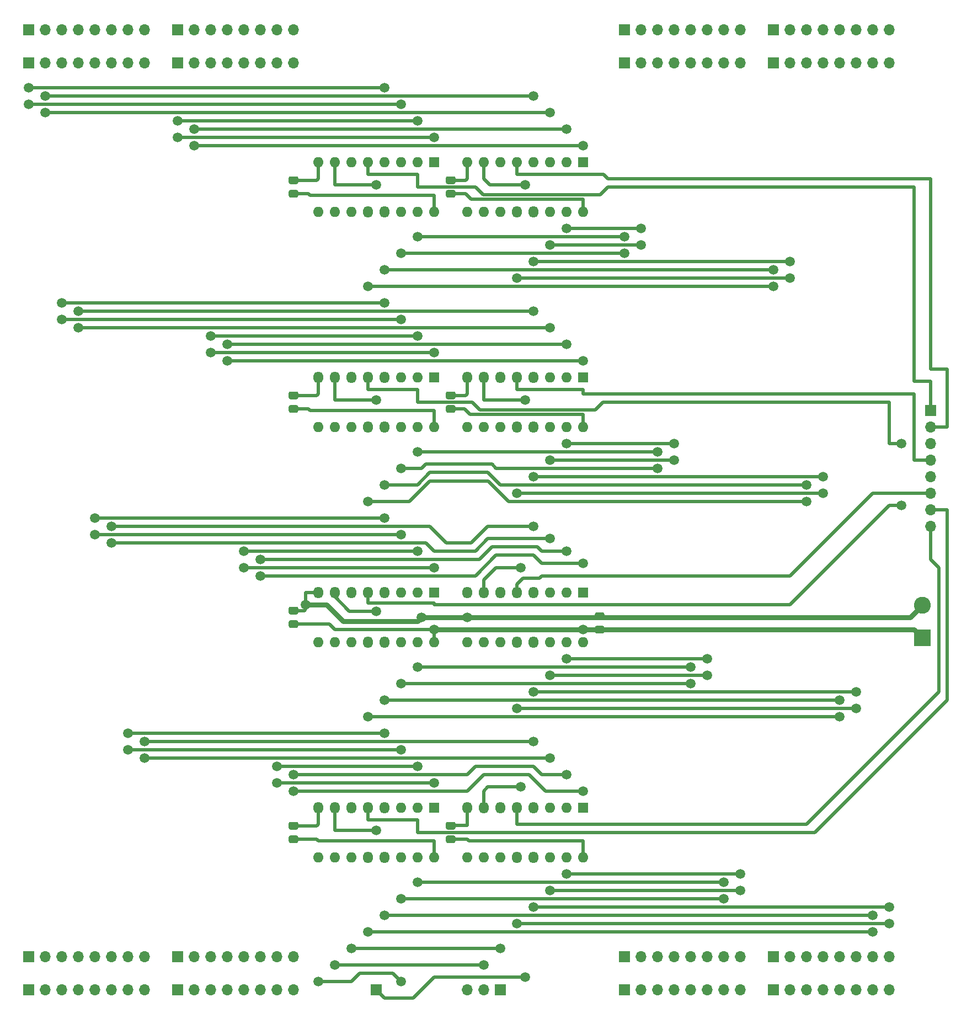
<source format=gbr>
%TF.GenerationSoftware,KiCad,Pcbnew,(5.1.8)-1*%
%TF.CreationDate,2022-05-31T01:24:27+03:00*%
%TF.ProjectId,MUX,4d55582e-6b69-4636-9164-5f7063625858,rev?*%
%TF.SameCoordinates,Original*%
%TF.FileFunction,Copper,L1,Top*%
%TF.FilePolarity,Positive*%
%FSLAX46Y46*%
G04 Gerber Fmt 4.6, Leading zero omitted, Abs format (unit mm)*
G04 Created by KiCad (PCBNEW (5.1.8)-1) date 2022-05-31 01:24:27*
%MOMM*%
%LPD*%
G01*
G04 APERTURE LIST*
%TA.AperFunction,ComponentPad*%
%ADD10R,1.700000X1.700000*%
%TD*%
%TA.AperFunction,ComponentPad*%
%ADD11O,1.700000X1.700000*%
%TD*%
%TA.AperFunction,ComponentPad*%
%ADD12R,1.600000X1.600000*%
%TD*%
%TA.AperFunction,ComponentPad*%
%ADD13O,1.600000X1.600000*%
%TD*%
%TA.AperFunction,ComponentPad*%
%ADD14O,1.500000X1.800000*%
%TD*%
%TA.AperFunction,ComponentPad*%
%ADD15R,2.600000X2.600000*%
%TD*%
%TA.AperFunction,ComponentPad*%
%ADD16C,2.600000*%
%TD*%
%TA.AperFunction,ViaPad*%
%ADD17C,1.500000*%
%TD*%
%TA.AperFunction,Conductor*%
%ADD18C,0.500000*%
%TD*%
%TA.AperFunction,Conductor*%
%ADD19C,0.800000*%
%TD*%
G04 APERTURE END LIST*
D10*
%TO.P,J1,1*%
%TO.N,/A0*%
X39370000Y-35560000D03*
D11*
%TO.P,J1,2*%
%TO.N,/A1*%
X41910000Y-35560000D03*
%TO.P,J1,3*%
%TO.N,/A2*%
X44450000Y-35560000D03*
%TO.P,J1,4*%
%TO.N,/A3*%
X46990000Y-35560000D03*
%TO.P,J1,5*%
%TO.N,/A4*%
X49530000Y-35560000D03*
%TO.P,J1,6*%
%TO.N,/A5*%
X52070000Y-35560000D03*
%TO.P,J1,7*%
%TO.N,/A6*%
X54610000Y-35560000D03*
%TO.P,J1,8*%
%TO.N,/A7*%
X57150000Y-35560000D03*
%TD*%
D10*
%TO.P,J2,1*%
%TO.N,/E0*%
X130810000Y-35560000D03*
D11*
%TO.P,J2,2*%
%TO.N,/E1*%
X133350000Y-35560000D03*
%TO.P,J2,3*%
%TO.N,/E2*%
X135890000Y-35560000D03*
%TO.P,J2,4*%
%TO.N,/E3*%
X138430000Y-35560000D03*
%TO.P,J2,5*%
%TO.N,/E4*%
X140970000Y-35560000D03*
%TO.P,J2,6*%
%TO.N,/E5*%
X143510000Y-35560000D03*
%TO.P,J2,7*%
%TO.N,/E6*%
X146050000Y-35560000D03*
%TO.P,J2,8*%
%TO.N,/E7*%
X148590000Y-35560000D03*
%TD*%
%TO.P,J3,8*%
%TO.N,/B7*%
X57150000Y-177800000D03*
%TO.P,J3,7*%
%TO.N,/B6*%
X54610000Y-177800000D03*
%TO.P,J3,6*%
%TO.N,/B5*%
X52070000Y-177800000D03*
%TO.P,J3,5*%
%TO.N,/B4*%
X49530000Y-177800000D03*
%TO.P,J3,4*%
%TO.N,/B3*%
X46990000Y-177800000D03*
%TO.P,J3,3*%
%TO.N,/B2*%
X44450000Y-177800000D03*
%TO.P,J3,2*%
%TO.N,/B1*%
X41910000Y-177800000D03*
D10*
%TO.P,J3,1*%
%TO.N,/B0*%
X39370000Y-177800000D03*
%TD*%
D11*
%TO.P,J4,8*%
%TO.N,/F7*%
X148590000Y-177800000D03*
%TO.P,J4,7*%
%TO.N,/F6*%
X146050000Y-177800000D03*
%TO.P,J4,6*%
%TO.N,/F5*%
X143510000Y-177800000D03*
%TO.P,J4,5*%
%TO.N,/F4*%
X140970000Y-177800000D03*
%TO.P,J4,4*%
%TO.N,/F3*%
X138430000Y-177800000D03*
%TO.P,J4,3*%
%TO.N,/F2*%
X135890000Y-177800000D03*
%TO.P,J4,2*%
%TO.N,/F1*%
X133350000Y-177800000D03*
D10*
%TO.P,J4,1*%
%TO.N,/F0*%
X130810000Y-177800000D03*
%TD*%
%TO.P,J5,1*%
%TO.N,/C0*%
X62230000Y-30480000D03*
D11*
%TO.P,J5,2*%
%TO.N,/C1*%
X64770000Y-30480000D03*
%TO.P,J5,3*%
%TO.N,/C2*%
X67310000Y-30480000D03*
%TO.P,J5,4*%
%TO.N,/C3*%
X69850000Y-30480000D03*
%TO.P,J5,5*%
%TO.N,/C4*%
X72390000Y-30480000D03*
%TO.P,J5,6*%
%TO.N,/C5*%
X74930000Y-30480000D03*
%TO.P,J5,7*%
%TO.N,/C6*%
X77470000Y-30480000D03*
%TO.P,J5,8*%
%TO.N,/C7*%
X80010000Y-30480000D03*
%TD*%
D10*
%TO.P,J6,1*%
%TO.N,/G0*%
X153670000Y-30480000D03*
D11*
%TO.P,J6,2*%
%TO.N,/G1*%
X156210000Y-30480000D03*
%TO.P,J6,3*%
%TO.N,/G2*%
X158750000Y-30480000D03*
%TO.P,J6,4*%
%TO.N,/G3*%
X161290000Y-30480000D03*
%TO.P,J6,5*%
%TO.N,/G4*%
X163830000Y-30480000D03*
%TO.P,J6,6*%
%TO.N,/G5*%
X166370000Y-30480000D03*
%TO.P,J6,7*%
%TO.N,/G6*%
X168910000Y-30480000D03*
%TO.P,J6,8*%
%TO.N,/G7*%
X171450000Y-30480000D03*
%TD*%
%TO.P,J7,8*%
%TO.N,/D7*%
X80010000Y-177800000D03*
%TO.P,J7,7*%
%TO.N,/D6*%
X77470000Y-177800000D03*
%TO.P,J7,6*%
%TO.N,/D5*%
X74930000Y-177800000D03*
%TO.P,J7,5*%
%TO.N,/D4*%
X72390000Y-177800000D03*
%TO.P,J7,4*%
%TO.N,/D3*%
X69850000Y-177800000D03*
%TO.P,J7,3*%
%TO.N,/D2*%
X67310000Y-177800000D03*
%TO.P,J7,2*%
%TO.N,/D1*%
X64770000Y-177800000D03*
D10*
%TO.P,J7,1*%
%TO.N,/D0*%
X62230000Y-177800000D03*
%TD*%
D11*
%TO.P,J8,8*%
%TO.N,/H7*%
X171450000Y-172720000D03*
%TO.P,J8,7*%
%TO.N,/H6*%
X168910000Y-172720000D03*
%TO.P,J8,6*%
%TO.N,/H5*%
X166370000Y-172720000D03*
%TO.P,J8,5*%
%TO.N,/H4*%
X163830000Y-172720000D03*
%TO.P,J8,4*%
%TO.N,/H3*%
X161290000Y-172720000D03*
%TO.P,J8,3*%
%TO.N,/H2*%
X158750000Y-172720000D03*
%TO.P,J8,2*%
%TO.N,/H1*%
X156210000Y-172720000D03*
D10*
%TO.P,J8,1*%
%TO.N,/H0*%
X153670000Y-172720000D03*
%TD*%
D12*
%TO.P,U1,1*%
%TO.N,/D0*%
X101600000Y-50800000D03*
D13*
%TO.P,U1,9*%
%TO.N,/S2*%
X83820000Y-58420000D03*
%TO.P,U1,2*%
%TO.N,/C0*%
X99060000Y-50800000D03*
%TO.P,U1,10*%
%TO.N,/S1*%
X86360000Y-58420000D03*
%TO.P,U1,3*%
%TO.N,/B0*%
X96520000Y-50800000D03*
%TO.P,U1,11*%
%TO.N,/S0*%
X88900000Y-58420000D03*
%TO.P,U1,4*%
%TO.N,/A0*%
X93980000Y-50800000D03*
D14*
%TO.P,U1,12*%
%TO.N,/H0*%
X91440000Y-58420000D03*
D13*
%TO.P,U1,5*%
%TO.N,/O0*%
X91440000Y-50800000D03*
D14*
%TO.P,U1,13*%
%TO.N,/G0*%
X93980000Y-58420000D03*
D13*
%TO.P,U1,6*%
%TO.N,Net-(U1-Pad6)*%
X88900000Y-50800000D03*
%TO.P,U1,14*%
%TO.N,/F0*%
X96520000Y-58420000D03*
%TO.P,U1,7*%
%TO.N,/~E*%
X86360000Y-50800000D03*
%TO.P,U1,15*%
%TO.N,/E0*%
X99060000Y-58420000D03*
%TO.P,U1,8*%
%TO.N,GND*%
X83820000Y-50800000D03*
%TO.P,U1,16*%
%TO.N,VCC*%
X101600000Y-58420000D03*
%TD*%
%TO.P,U2,16*%
%TO.N,VCC*%
X124460000Y-58420000D03*
%TO.P,U2,8*%
%TO.N,GND*%
X106680000Y-50800000D03*
%TO.P,U2,15*%
%TO.N,/E1*%
X121920000Y-58420000D03*
%TO.P,U2,7*%
%TO.N,/~E*%
X109220000Y-50800000D03*
%TO.P,U2,14*%
%TO.N,/F1*%
X119380000Y-58420000D03*
%TO.P,U2,6*%
%TO.N,Net-(U2-Pad6)*%
X111760000Y-50800000D03*
D14*
%TO.P,U2,13*%
%TO.N,/G1*%
X116840000Y-58420000D03*
D13*
%TO.P,U2,5*%
%TO.N,/O1*%
X114300000Y-50800000D03*
D14*
%TO.P,U2,12*%
%TO.N,/H1*%
X114300000Y-58420000D03*
D13*
%TO.P,U2,4*%
%TO.N,/A1*%
X116840000Y-50800000D03*
%TO.P,U2,11*%
%TO.N,/S0*%
X111760000Y-58420000D03*
%TO.P,U2,3*%
%TO.N,/B1*%
X119380000Y-50800000D03*
%TO.P,U2,10*%
%TO.N,/S1*%
X109220000Y-58420000D03*
%TO.P,U2,2*%
%TO.N,/C1*%
X121920000Y-50800000D03*
%TO.P,U2,9*%
%TO.N,/S2*%
X106680000Y-58420000D03*
D12*
%TO.P,U2,1*%
%TO.N,/D1*%
X124460000Y-50800000D03*
%TD*%
%TO.P,U3,1*%
%TO.N,/D2*%
X101600000Y-83820000D03*
D13*
%TO.P,U3,9*%
%TO.N,/S2*%
X83820000Y-91440000D03*
%TO.P,U3,2*%
%TO.N,/C2*%
X99060000Y-83820000D03*
%TO.P,U3,10*%
%TO.N,/S1*%
X86360000Y-91440000D03*
%TO.P,U3,3*%
%TO.N,/B2*%
X96520000Y-83820000D03*
%TO.P,U3,11*%
%TO.N,/S0*%
X88900000Y-91440000D03*
D14*
%TO.P,U3,4*%
%TO.N,/A2*%
X93980000Y-83820000D03*
%TO.P,U3,12*%
%TO.N,/H2*%
X91440000Y-91440000D03*
%TO.P,U3,5*%
%TO.N,/O2*%
X91440000Y-83820000D03*
%TO.P,U3,13*%
%TO.N,/G2*%
X93980000Y-91440000D03*
%TO.P,U3,6*%
%TO.N,Net-(U3-Pad6)*%
X88900000Y-83820000D03*
D13*
%TO.P,U3,14*%
%TO.N,/F2*%
X96520000Y-91440000D03*
D14*
%TO.P,U3,7*%
%TO.N,/~E*%
X86360000Y-83820000D03*
D13*
%TO.P,U3,15*%
%TO.N,/E2*%
X99060000Y-91440000D03*
D14*
%TO.P,U3,8*%
%TO.N,GND*%
X83820000Y-83820000D03*
D13*
%TO.P,U3,16*%
%TO.N,VCC*%
X101600000Y-91440000D03*
%TD*%
%TO.P,U4,16*%
%TO.N,VCC*%
X124460000Y-91440000D03*
D14*
%TO.P,U4,8*%
%TO.N,GND*%
X106680000Y-83820000D03*
D13*
%TO.P,U4,15*%
%TO.N,/E3*%
X121920000Y-91440000D03*
D14*
%TO.P,U4,7*%
%TO.N,/~E*%
X109220000Y-83820000D03*
D13*
%TO.P,U4,14*%
%TO.N,/F3*%
X119380000Y-91440000D03*
D14*
%TO.P,U4,6*%
%TO.N,Net-(U4-Pad6)*%
X111760000Y-83820000D03*
%TO.P,U4,13*%
%TO.N,/G3*%
X116840000Y-91440000D03*
%TO.P,U4,5*%
%TO.N,/O3*%
X114300000Y-83820000D03*
%TO.P,U4,12*%
%TO.N,/H3*%
X114300000Y-91440000D03*
%TO.P,U4,4*%
%TO.N,/A3*%
X116840000Y-83820000D03*
D13*
%TO.P,U4,11*%
%TO.N,/S0*%
X111760000Y-91440000D03*
%TO.P,U4,3*%
%TO.N,/B3*%
X119380000Y-83820000D03*
%TO.P,U4,10*%
%TO.N,/S1*%
X109220000Y-91440000D03*
%TO.P,U4,2*%
%TO.N,/C3*%
X121920000Y-83820000D03*
%TO.P,U4,9*%
%TO.N,/S2*%
X106680000Y-91440000D03*
D12*
%TO.P,U4,1*%
%TO.N,/D3*%
X124460000Y-83820000D03*
%TD*%
%TO.P,U5,1*%
%TO.N,/D4*%
X101600000Y-116840000D03*
D13*
%TO.P,U5,9*%
%TO.N,/S2*%
X83820000Y-124460000D03*
%TO.P,U5,2*%
%TO.N,/C4*%
X99060000Y-116840000D03*
%TO.P,U5,10*%
%TO.N,/S1*%
X86360000Y-124460000D03*
%TO.P,U5,3*%
%TO.N,/B4*%
X96520000Y-116840000D03*
%TO.P,U5,11*%
%TO.N,/S0*%
X88900000Y-124460000D03*
D14*
%TO.P,U5,4*%
%TO.N,/A4*%
X93980000Y-116840000D03*
%TO.P,U5,12*%
%TO.N,/H4*%
X91440000Y-124460000D03*
%TO.P,U5,5*%
%TO.N,/O4*%
X91440000Y-116840000D03*
%TO.P,U5,13*%
%TO.N,/G4*%
X93980000Y-124460000D03*
%TO.P,U5,6*%
%TO.N,Net-(U5-Pad6)*%
X88900000Y-116840000D03*
D13*
%TO.P,U5,14*%
%TO.N,/F4*%
X96520000Y-124460000D03*
D14*
%TO.P,U5,7*%
%TO.N,/~E*%
X86360000Y-116840000D03*
D13*
%TO.P,U5,15*%
%TO.N,/E4*%
X99060000Y-124460000D03*
D14*
%TO.P,U5,8*%
%TO.N,GND*%
X83820000Y-116840000D03*
D13*
%TO.P,U5,16*%
%TO.N,VCC*%
X101600000Y-124460000D03*
%TD*%
%TO.P,U6,16*%
%TO.N,VCC*%
X124460000Y-124460000D03*
D14*
%TO.P,U6,8*%
%TO.N,GND*%
X106680000Y-116840000D03*
D13*
%TO.P,U6,15*%
%TO.N,/E5*%
X121920000Y-124460000D03*
D14*
%TO.P,U6,7*%
%TO.N,/~E*%
X109220000Y-116840000D03*
D13*
%TO.P,U6,14*%
%TO.N,/F5*%
X119380000Y-124460000D03*
D14*
%TO.P,U6,6*%
%TO.N,Net-(U6-Pad6)*%
X111760000Y-116840000D03*
%TO.P,U6,13*%
%TO.N,/G5*%
X116840000Y-124460000D03*
%TO.P,U6,5*%
%TO.N,/O5*%
X114300000Y-116840000D03*
%TO.P,U6,12*%
%TO.N,/H5*%
X114300000Y-124460000D03*
%TO.P,U6,4*%
%TO.N,/A5*%
X116840000Y-116840000D03*
D13*
%TO.P,U6,11*%
%TO.N,/S0*%
X111760000Y-124460000D03*
%TO.P,U6,3*%
%TO.N,/B5*%
X119380000Y-116840000D03*
%TO.P,U6,10*%
%TO.N,/S1*%
X109220000Y-124460000D03*
%TO.P,U6,2*%
%TO.N,/C5*%
X121920000Y-116840000D03*
%TO.P,U6,9*%
%TO.N,/S2*%
X106680000Y-124460000D03*
D12*
%TO.P,U6,1*%
%TO.N,/D5*%
X124460000Y-116840000D03*
%TD*%
%TO.P,U7,1*%
%TO.N,/D6*%
X101600000Y-149860000D03*
D13*
%TO.P,U7,9*%
%TO.N,/S2*%
X83820000Y-157480000D03*
%TO.P,U7,2*%
%TO.N,/C6*%
X99060000Y-149860000D03*
%TO.P,U7,10*%
%TO.N,/S1*%
X86360000Y-157480000D03*
%TO.P,U7,3*%
%TO.N,/B6*%
X96520000Y-149860000D03*
%TO.P,U7,11*%
%TO.N,/S0*%
X88900000Y-157480000D03*
D14*
%TO.P,U7,4*%
%TO.N,/A6*%
X93980000Y-149860000D03*
%TO.P,U7,12*%
%TO.N,/H6*%
X91440000Y-157480000D03*
%TO.P,U7,5*%
%TO.N,/O6*%
X91440000Y-149860000D03*
%TO.P,U7,13*%
%TO.N,/G6*%
X93980000Y-157480000D03*
%TO.P,U7,6*%
%TO.N,Net-(U7-Pad6)*%
X88900000Y-149860000D03*
D13*
%TO.P,U7,14*%
%TO.N,/F6*%
X96520000Y-157480000D03*
D14*
%TO.P,U7,7*%
%TO.N,/~E*%
X86360000Y-149860000D03*
D13*
%TO.P,U7,15*%
%TO.N,/E6*%
X99060000Y-157480000D03*
D14*
%TO.P,U7,8*%
%TO.N,GND*%
X83820000Y-149860000D03*
D13*
%TO.P,U7,16*%
%TO.N,VCC*%
X101600000Y-157480000D03*
%TD*%
%TO.P,U8,16*%
%TO.N,VCC*%
X124460000Y-157480000D03*
D14*
%TO.P,U8,8*%
%TO.N,GND*%
X106680000Y-149860000D03*
D13*
%TO.P,U8,15*%
%TO.N,/E7*%
X121920000Y-157480000D03*
D14*
%TO.P,U8,7*%
%TO.N,/~E*%
X109220000Y-149860000D03*
D13*
%TO.P,U8,14*%
%TO.N,/F7*%
X119380000Y-157480000D03*
D14*
%TO.P,U8,6*%
%TO.N,Net-(U8-Pad6)*%
X111760000Y-149860000D03*
%TO.P,U8,13*%
%TO.N,/G7*%
X116840000Y-157480000D03*
%TO.P,U8,5*%
%TO.N,/O7*%
X114300000Y-149860000D03*
%TO.P,U8,12*%
%TO.N,/H7*%
X114300000Y-157480000D03*
%TO.P,U8,4*%
%TO.N,/A7*%
X116840000Y-149860000D03*
D13*
%TO.P,U8,11*%
%TO.N,/S0*%
X111760000Y-157480000D03*
%TO.P,U8,3*%
%TO.N,/B7*%
X119380000Y-149860000D03*
%TO.P,U8,10*%
%TO.N,/S1*%
X109220000Y-157480000D03*
%TO.P,U8,2*%
%TO.N,/C7*%
X121920000Y-149860000D03*
%TO.P,U8,9*%
%TO.N,/S2*%
X106680000Y-157480000D03*
D12*
%TO.P,U8,1*%
%TO.N,/D7*%
X124460000Y-149860000D03*
%TD*%
D15*
%TO.P,J9,1*%
%TO.N,VCC*%
X176530000Y-123825000D03*
D16*
%TO.P,J9,2*%
%TO.N,GND*%
X176530000Y-118825000D03*
%TD*%
D10*
%TO.P,J10,1*%
%TO.N,/S0*%
X111760000Y-177800000D03*
D11*
%TO.P,J10,2*%
%TO.N,/S1*%
X109220000Y-177800000D03*
%TO.P,J10,3*%
%TO.N,/S2*%
X106680000Y-177800000D03*
%TD*%
D10*
%TO.P,J11,1*%
%TO.N,/O0*%
X177800000Y-88900000D03*
D11*
%TO.P,J11,2*%
%TO.N,/O1*%
X177800000Y-91440000D03*
%TO.P,J11,3*%
%TO.N,/O2*%
X177800000Y-93980000D03*
%TO.P,J11,4*%
%TO.N,/O3*%
X177800000Y-96520000D03*
%TO.P,J11,5*%
%TO.N,/O4*%
X177800000Y-99060000D03*
%TO.P,J11,6*%
%TO.N,/O5*%
X177800000Y-101600000D03*
%TO.P,J11,7*%
%TO.N,/O6*%
X177800000Y-104140000D03*
%TO.P,J11,8*%
%TO.N,/O7*%
X177800000Y-106680000D03*
%TD*%
%TO.P,C1,1*%
%TO.N,VCC*%
%TA.AperFunction,SMDPad,CuDef*%
G36*
G01*
X80485000Y-56235000D02*
X79535000Y-56235000D01*
G75*
G02*
X79285000Y-55985000I0J250000D01*
G01*
X79285000Y-55310000D01*
G75*
G02*
X79535000Y-55060000I250000J0D01*
G01*
X80485000Y-55060000D01*
G75*
G02*
X80735000Y-55310000I0J-250000D01*
G01*
X80735000Y-55985000D01*
G75*
G02*
X80485000Y-56235000I-250000J0D01*
G01*
G37*
%TD.AperFunction*%
%TO.P,C1,2*%
%TO.N,GND*%
%TA.AperFunction,SMDPad,CuDef*%
G36*
G01*
X80485000Y-54160000D02*
X79535000Y-54160000D01*
G75*
G02*
X79285000Y-53910000I0J250000D01*
G01*
X79285000Y-53235000D01*
G75*
G02*
X79535000Y-52985000I250000J0D01*
G01*
X80485000Y-52985000D01*
G75*
G02*
X80735000Y-53235000I0J-250000D01*
G01*
X80735000Y-53910000D01*
G75*
G02*
X80485000Y-54160000I-250000J0D01*
G01*
G37*
%TD.AperFunction*%
%TD*%
%TO.P,C2,2*%
%TO.N,GND*%
%TA.AperFunction,SMDPad,CuDef*%
G36*
G01*
X80485000Y-87180000D02*
X79535000Y-87180000D01*
G75*
G02*
X79285000Y-86930000I0J250000D01*
G01*
X79285000Y-86255000D01*
G75*
G02*
X79535000Y-86005000I250000J0D01*
G01*
X80485000Y-86005000D01*
G75*
G02*
X80735000Y-86255000I0J-250000D01*
G01*
X80735000Y-86930000D01*
G75*
G02*
X80485000Y-87180000I-250000J0D01*
G01*
G37*
%TD.AperFunction*%
%TO.P,C2,1*%
%TO.N,VCC*%
%TA.AperFunction,SMDPad,CuDef*%
G36*
G01*
X80485000Y-89255000D02*
X79535000Y-89255000D01*
G75*
G02*
X79285000Y-89005000I0J250000D01*
G01*
X79285000Y-88330000D01*
G75*
G02*
X79535000Y-88080000I250000J0D01*
G01*
X80485000Y-88080000D01*
G75*
G02*
X80735000Y-88330000I0J-250000D01*
G01*
X80735000Y-89005000D01*
G75*
G02*
X80485000Y-89255000I-250000J0D01*
G01*
G37*
%TD.AperFunction*%
%TD*%
%TO.P,C3,1*%
%TO.N,VCC*%
%TA.AperFunction,SMDPad,CuDef*%
G36*
G01*
X80485000Y-122275000D02*
X79535000Y-122275000D01*
G75*
G02*
X79285000Y-122025000I0J250000D01*
G01*
X79285000Y-121350000D01*
G75*
G02*
X79535000Y-121100000I250000J0D01*
G01*
X80485000Y-121100000D01*
G75*
G02*
X80735000Y-121350000I0J-250000D01*
G01*
X80735000Y-122025000D01*
G75*
G02*
X80485000Y-122275000I-250000J0D01*
G01*
G37*
%TD.AperFunction*%
%TO.P,C3,2*%
%TO.N,GND*%
%TA.AperFunction,SMDPad,CuDef*%
G36*
G01*
X80485000Y-120200000D02*
X79535000Y-120200000D01*
G75*
G02*
X79285000Y-119950000I0J250000D01*
G01*
X79285000Y-119275000D01*
G75*
G02*
X79535000Y-119025000I250000J0D01*
G01*
X80485000Y-119025000D01*
G75*
G02*
X80735000Y-119275000I0J-250000D01*
G01*
X80735000Y-119950000D01*
G75*
G02*
X80485000Y-120200000I-250000J0D01*
G01*
G37*
%TD.AperFunction*%
%TD*%
%TO.P,C4,2*%
%TO.N,GND*%
%TA.AperFunction,SMDPad,CuDef*%
G36*
G01*
X80485000Y-153220000D02*
X79535000Y-153220000D01*
G75*
G02*
X79285000Y-152970000I0J250000D01*
G01*
X79285000Y-152295000D01*
G75*
G02*
X79535000Y-152045000I250000J0D01*
G01*
X80485000Y-152045000D01*
G75*
G02*
X80735000Y-152295000I0J-250000D01*
G01*
X80735000Y-152970000D01*
G75*
G02*
X80485000Y-153220000I-250000J0D01*
G01*
G37*
%TD.AperFunction*%
%TO.P,C4,1*%
%TO.N,VCC*%
%TA.AperFunction,SMDPad,CuDef*%
G36*
G01*
X80485000Y-155295000D02*
X79535000Y-155295000D01*
G75*
G02*
X79285000Y-155045000I0J250000D01*
G01*
X79285000Y-154370000D01*
G75*
G02*
X79535000Y-154120000I250000J0D01*
G01*
X80485000Y-154120000D01*
G75*
G02*
X80735000Y-154370000I0J-250000D01*
G01*
X80735000Y-155045000D01*
G75*
G02*
X80485000Y-155295000I-250000J0D01*
G01*
G37*
%TD.AperFunction*%
%TD*%
%TO.P,C5,1*%
%TO.N,VCC*%
%TA.AperFunction,SMDPad,CuDef*%
G36*
G01*
X104615000Y-56235000D02*
X103665000Y-56235000D01*
G75*
G02*
X103415000Y-55985000I0J250000D01*
G01*
X103415000Y-55310000D01*
G75*
G02*
X103665000Y-55060000I250000J0D01*
G01*
X104615000Y-55060000D01*
G75*
G02*
X104865000Y-55310000I0J-250000D01*
G01*
X104865000Y-55985000D01*
G75*
G02*
X104615000Y-56235000I-250000J0D01*
G01*
G37*
%TD.AperFunction*%
%TO.P,C5,2*%
%TO.N,GND*%
%TA.AperFunction,SMDPad,CuDef*%
G36*
G01*
X104615000Y-54160000D02*
X103665000Y-54160000D01*
G75*
G02*
X103415000Y-53910000I0J250000D01*
G01*
X103415000Y-53235000D01*
G75*
G02*
X103665000Y-52985000I250000J0D01*
G01*
X104615000Y-52985000D01*
G75*
G02*
X104865000Y-53235000I0J-250000D01*
G01*
X104865000Y-53910000D01*
G75*
G02*
X104615000Y-54160000I-250000J0D01*
G01*
G37*
%TD.AperFunction*%
%TD*%
%TO.P,C6,2*%
%TO.N,GND*%
%TA.AperFunction,SMDPad,CuDef*%
G36*
G01*
X104615000Y-87180000D02*
X103665000Y-87180000D01*
G75*
G02*
X103415000Y-86930000I0J250000D01*
G01*
X103415000Y-86255000D01*
G75*
G02*
X103665000Y-86005000I250000J0D01*
G01*
X104615000Y-86005000D01*
G75*
G02*
X104865000Y-86255000I0J-250000D01*
G01*
X104865000Y-86930000D01*
G75*
G02*
X104615000Y-87180000I-250000J0D01*
G01*
G37*
%TD.AperFunction*%
%TO.P,C6,1*%
%TO.N,VCC*%
%TA.AperFunction,SMDPad,CuDef*%
G36*
G01*
X104615000Y-89255000D02*
X103665000Y-89255000D01*
G75*
G02*
X103415000Y-89005000I0J250000D01*
G01*
X103415000Y-88330000D01*
G75*
G02*
X103665000Y-88080000I250000J0D01*
G01*
X104615000Y-88080000D01*
G75*
G02*
X104865000Y-88330000I0J-250000D01*
G01*
X104865000Y-89005000D01*
G75*
G02*
X104615000Y-89255000I-250000J0D01*
G01*
G37*
%TD.AperFunction*%
%TD*%
%TO.P,C7,1*%
%TO.N,VCC*%
%TA.AperFunction,SMDPad,CuDef*%
G36*
G01*
X127475000Y-123142500D02*
X126525000Y-123142500D01*
G75*
G02*
X126275000Y-122892500I0J250000D01*
G01*
X126275000Y-122217500D01*
G75*
G02*
X126525000Y-121967500I250000J0D01*
G01*
X127475000Y-121967500D01*
G75*
G02*
X127725000Y-122217500I0J-250000D01*
G01*
X127725000Y-122892500D01*
G75*
G02*
X127475000Y-123142500I-250000J0D01*
G01*
G37*
%TD.AperFunction*%
%TO.P,C7,2*%
%TO.N,GND*%
%TA.AperFunction,SMDPad,CuDef*%
G36*
G01*
X127475000Y-121067500D02*
X126525000Y-121067500D01*
G75*
G02*
X126275000Y-120817500I0J250000D01*
G01*
X126275000Y-120142500D01*
G75*
G02*
X126525000Y-119892500I250000J0D01*
G01*
X127475000Y-119892500D01*
G75*
G02*
X127725000Y-120142500I0J-250000D01*
G01*
X127725000Y-120817500D01*
G75*
G02*
X127475000Y-121067500I-250000J0D01*
G01*
G37*
%TD.AperFunction*%
%TD*%
%TO.P,C8,2*%
%TO.N,GND*%
%TA.AperFunction,SMDPad,CuDef*%
G36*
G01*
X104615000Y-153220000D02*
X103665000Y-153220000D01*
G75*
G02*
X103415000Y-152970000I0J250000D01*
G01*
X103415000Y-152295000D01*
G75*
G02*
X103665000Y-152045000I250000J0D01*
G01*
X104615000Y-152045000D01*
G75*
G02*
X104865000Y-152295000I0J-250000D01*
G01*
X104865000Y-152970000D01*
G75*
G02*
X104615000Y-153220000I-250000J0D01*
G01*
G37*
%TD.AperFunction*%
%TO.P,C8,1*%
%TO.N,VCC*%
%TA.AperFunction,SMDPad,CuDef*%
G36*
G01*
X104615000Y-155295000D02*
X103665000Y-155295000D01*
G75*
G02*
X103415000Y-155045000I0J250000D01*
G01*
X103415000Y-154370000D01*
G75*
G02*
X103665000Y-154120000I250000J0D01*
G01*
X104615000Y-154120000D01*
G75*
G02*
X104865000Y-154370000I0J-250000D01*
G01*
X104865000Y-155045000D01*
G75*
G02*
X104615000Y-155295000I-250000J0D01*
G01*
G37*
%TD.AperFunction*%
%TD*%
D10*
%TO.P,J12,1*%
%TO.N,/A0*%
X39370000Y-30480000D03*
D11*
%TO.P,J12,2*%
%TO.N,/A1*%
X41910000Y-30480000D03*
%TO.P,J12,3*%
%TO.N,/A2*%
X44450000Y-30480000D03*
%TO.P,J12,4*%
%TO.N,/A3*%
X46990000Y-30480000D03*
%TO.P,J12,5*%
%TO.N,/A4*%
X49530000Y-30480000D03*
%TO.P,J12,6*%
%TO.N,/A5*%
X52070000Y-30480000D03*
%TO.P,J12,7*%
%TO.N,/A6*%
X54610000Y-30480000D03*
%TO.P,J12,8*%
%TO.N,/A7*%
X57150000Y-30480000D03*
%TD*%
D10*
%TO.P,J13,1*%
%TO.N,/E0*%
X130810000Y-30480000D03*
D11*
%TO.P,J13,2*%
%TO.N,/E1*%
X133350000Y-30480000D03*
%TO.P,J13,3*%
%TO.N,/E2*%
X135890000Y-30480000D03*
%TO.P,J13,4*%
%TO.N,/E3*%
X138430000Y-30480000D03*
%TO.P,J13,5*%
%TO.N,/E4*%
X140970000Y-30480000D03*
%TO.P,J13,6*%
%TO.N,/E5*%
X143510000Y-30480000D03*
%TO.P,J13,7*%
%TO.N,/E6*%
X146050000Y-30480000D03*
%TO.P,J13,8*%
%TO.N,/E7*%
X148590000Y-30480000D03*
%TD*%
%TO.P,J14,8*%
%TO.N,/B7*%
X57150000Y-172720000D03*
%TO.P,J14,7*%
%TO.N,/B6*%
X54610000Y-172720000D03*
%TO.P,J14,6*%
%TO.N,/B5*%
X52070000Y-172720000D03*
%TO.P,J14,5*%
%TO.N,/B4*%
X49530000Y-172720000D03*
%TO.P,J14,4*%
%TO.N,/B3*%
X46990000Y-172720000D03*
%TO.P,J14,3*%
%TO.N,/B2*%
X44450000Y-172720000D03*
%TO.P,J14,2*%
%TO.N,/B1*%
X41910000Y-172720000D03*
D10*
%TO.P,J14,1*%
%TO.N,/B0*%
X39370000Y-172720000D03*
%TD*%
D11*
%TO.P,J15,8*%
%TO.N,/F7*%
X148590000Y-172720000D03*
%TO.P,J15,7*%
%TO.N,/F6*%
X146050000Y-172720000D03*
%TO.P,J15,6*%
%TO.N,/F5*%
X143510000Y-172720000D03*
%TO.P,J15,5*%
%TO.N,/F4*%
X140970000Y-172720000D03*
%TO.P,J15,4*%
%TO.N,/F3*%
X138430000Y-172720000D03*
%TO.P,J15,3*%
%TO.N,/F2*%
X135890000Y-172720000D03*
%TO.P,J15,2*%
%TO.N,/F1*%
X133350000Y-172720000D03*
D10*
%TO.P,J15,1*%
%TO.N,/F0*%
X130810000Y-172720000D03*
%TD*%
%TO.P,J16,1*%
%TO.N,/C0*%
X62230000Y-35560000D03*
D11*
%TO.P,J16,2*%
%TO.N,/C1*%
X64770000Y-35560000D03*
%TO.P,J16,3*%
%TO.N,/C2*%
X67310000Y-35560000D03*
%TO.P,J16,4*%
%TO.N,/C3*%
X69850000Y-35560000D03*
%TO.P,J16,5*%
%TO.N,/C4*%
X72390000Y-35560000D03*
%TO.P,J16,6*%
%TO.N,/C5*%
X74930000Y-35560000D03*
%TO.P,J16,7*%
%TO.N,/C6*%
X77470000Y-35560000D03*
%TO.P,J16,8*%
%TO.N,/C7*%
X80010000Y-35560000D03*
%TD*%
D10*
%TO.P,J17,1*%
%TO.N,/G0*%
X153670000Y-35560000D03*
D11*
%TO.P,J17,2*%
%TO.N,/G1*%
X156210000Y-35560000D03*
%TO.P,J17,3*%
%TO.N,/G2*%
X158750000Y-35560000D03*
%TO.P,J17,4*%
%TO.N,/G3*%
X161290000Y-35560000D03*
%TO.P,J17,5*%
%TO.N,/G4*%
X163830000Y-35560000D03*
%TO.P,J17,6*%
%TO.N,/G5*%
X166370000Y-35560000D03*
%TO.P,J17,7*%
%TO.N,/G6*%
X168910000Y-35560000D03*
%TO.P,J17,8*%
%TO.N,/G7*%
X171450000Y-35560000D03*
%TD*%
%TO.P,J18,8*%
%TO.N,/D7*%
X80010000Y-172720000D03*
%TO.P,J18,7*%
%TO.N,/D6*%
X77470000Y-172720000D03*
%TO.P,J18,6*%
%TO.N,/D5*%
X74930000Y-172720000D03*
%TO.P,J18,5*%
%TO.N,/D4*%
X72390000Y-172720000D03*
%TO.P,J18,4*%
%TO.N,/D3*%
X69850000Y-172720000D03*
%TO.P,J18,3*%
%TO.N,/D2*%
X67310000Y-172720000D03*
%TO.P,J18,2*%
%TO.N,/D1*%
X64770000Y-172720000D03*
D10*
%TO.P,J18,1*%
%TO.N,/D0*%
X62230000Y-172720000D03*
%TD*%
D11*
%TO.P,J19,8*%
%TO.N,/H7*%
X171450000Y-177800000D03*
%TO.P,J19,7*%
%TO.N,/H6*%
X168910000Y-177800000D03*
%TO.P,J19,6*%
%TO.N,/H5*%
X166370000Y-177800000D03*
%TO.P,J19,5*%
%TO.N,/H4*%
X163830000Y-177800000D03*
%TO.P,J19,4*%
%TO.N,/H3*%
X161290000Y-177800000D03*
%TO.P,J19,3*%
%TO.N,/H2*%
X158750000Y-177800000D03*
%TO.P,J19,2*%
%TO.N,/H1*%
X156210000Y-177800000D03*
D10*
%TO.P,J19,1*%
%TO.N,/H0*%
X153670000Y-177800000D03*
%TD*%
%TO.P,J20,1*%
%TO.N,/~E*%
X92710000Y-177800000D03*
%TD*%
D17*
%TO.N,/A0*%
X39370000Y-39370000D03*
X93980000Y-39370000D03*
%TO.N,/A1*%
X116840000Y-40640000D03*
X41910000Y-40640000D03*
%TO.N,/A2*%
X93980000Y-72390000D03*
X44450000Y-72390000D03*
%TO.N,/A3*%
X116840000Y-73660000D03*
X46990000Y-73660000D03*
%TO.N,/A4*%
X93980000Y-105410000D03*
X49530000Y-105410000D03*
%TO.N,/A5*%
X116840000Y-106680000D03*
X52070000Y-106680000D03*
%TO.N,/A6*%
X93980000Y-138430000D03*
X54610000Y-138430000D03*
%TO.N,/A7*%
X116840000Y-139700000D03*
X57150000Y-139700000D03*
%TO.N,/E0*%
X99060000Y-62230000D03*
X130810000Y-62230000D03*
%TO.N,/E1*%
X121920000Y-60960000D03*
X133350000Y-60960000D03*
%TO.N,/E2*%
X99060000Y-95250000D03*
X135890000Y-95250000D03*
%TO.N,/E3*%
X121920000Y-93980000D03*
X138430000Y-93980000D03*
%TO.N,/E4*%
X99060000Y-128270000D03*
X140970000Y-128270000D03*
%TO.N,/E5*%
X121920000Y-127000000D03*
X143510000Y-127000000D03*
%TO.N,/E6*%
X99060000Y-161290000D03*
X146050000Y-161290000D03*
%TO.N,/E7*%
X121920000Y-160020000D03*
X148590000Y-160020000D03*
%TO.N,/B7*%
X119380000Y-142240000D03*
X57150000Y-142240000D03*
%TO.N,/B6*%
X96520000Y-140970000D03*
X54610000Y-140970000D03*
%TO.N,/B5*%
X119380000Y-108585000D03*
X52070000Y-109220000D03*
%TO.N,/B4*%
X96520000Y-107950000D03*
X49530000Y-107950000D03*
%TO.N,/B3*%
X119380000Y-76200000D03*
X46990000Y-76200000D03*
%TO.N,/B2*%
X96520000Y-74930000D03*
X44450000Y-74930000D03*
%TO.N,/B1*%
X119380000Y-43180000D03*
X41910000Y-43180000D03*
%TO.N,/B0*%
X39370000Y-41910000D03*
X96520000Y-41910000D03*
%TO.N,/F7*%
X119380000Y-162560000D03*
X148590000Y-162560000D03*
%TO.N,/F6*%
X96520000Y-163830000D03*
X146050000Y-163830000D03*
%TO.N,/F5*%
X119380000Y-129540000D03*
X143510000Y-129540000D03*
%TO.N,/F4*%
X96520000Y-130810000D03*
X140970000Y-130810000D03*
%TO.N,/F3*%
X119380000Y-96520000D03*
X138430000Y-96520000D03*
%TO.N,/F2*%
X96520000Y-97790000D03*
X135890000Y-97790000D03*
%TO.N,/F1*%
X119380000Y-63500000D03*
X133350000Y-63500000D03*
%TO.N,/F0*%
X96520000Y-64770000D03*
X130810000Y-64770000D03*
%TO.N,/C0*%
X62230000Y-44450000D03*
X99060000Y-44450000D03*
%TO.N,/C1*%
X121920000Y-45720000D03*
X64770000Y-45720000D03*
%TO.N,/C2*%
X99060000Y-77470000D03*
X67310000Y-77470000D03*
%TO.N,/C3*%
X121920000Y-78740000D03*
X69850000Y-78740000D03*
%TO.N,/C4*%
X99060000Y-110490000D03*
X72390000Y-110490000D03*
%TO.N,/C5*%
X121920000Y-110490000D03*
X74930000Y-111760000D03*
%TO.N,/C6*%
X99060000Y-143510000D03*
X77470000Y-143510000D03*
%TO.N,/C7*%
X121920000Y-144780000D03*
X80010000Y-144780000D03*
%TO.N,/G0*%
X93980000Y-67310000D03*
X153670000Y-67310000D03*
%TO.N,/G1*%
X116840000Y-66040000D03*
X156210000Y-66040000D03*
%TO.N,/G2*%
X93980000Y-100330000D03*
X158750000Y-100330000D03*
%TO.N,/G3*%
X116840000Y-99060000D03*
X161290000Y-99060000D03*
%TO.N,/G4*%
X93980000Y-133350000D03*
X163830000Y-133350000D03*
%TO.N,/G5*%
X116840000Y-132080000D03*
X166370000Y-132080000D03*
%TO.N,/G6*%
X93980000Y-166370000D03*
X168910000Y-166370000D03*
%TO.N,/G7*%
X116840000Y-165100000D03*
X171450000Y-165100000D03*
%TO.N,/D7*%
X124460000Y-147320000D03*
X80010000Y-147320000D03*
%TO.N,/D6*%
X101600000Y-146050000D03*
X77470000Y-146050000D03*
%TO.N,/D5*%
X124460000Y-112395000D03*
X74930000Y-114300000D03*
%TO.N,/D4*%
X101600000Y-113030000D03*
X72390000Y-113030000D03*
%TO.N,/D3*%
X124460000Y-81280000D03*
X69850000Y-81280000D03*
%TO.N,/D2*%
X101600000Y-80010000D03*
X67310000Y-80010000D03*
%TO.N,/D1*%
X124460000Y-48260000D03*
X64770000Y-48260000D03*
%TO.N,/D0*%
X101600000Y-46990000D03*
X62230000Y-46990000D03*
%TO.N,/H7*%
X114300000Y-167640000D03*
X171450000Y-167640000D03*
%TO.N,/H6*%
X91440000Y-168910000D03*
X168910000Y-168910000D03*
%TO.N,/H5*%
X114300000Y-134620000D03*
X166370000Y-134620000D03*
%TO.N,/H4*%
X91440000Y-135890000D03*
X163830000Y-135890000D03*
%TO.N,/H3*%
X114300000Y-101600000D03*
X161290000Y-101600000D03*
%TO.N,/H2*%
X91440000Y-102870000D03*
X158750000Y-102870000D03*
%TO.N,/H1*%
X114300000Y-68580000D03*
X156210000Y-68580000D03*
%TO.N,/H0*%
X91440000Y-69850000D03*
X153670000Y-69850000D03*
%TO.N,VCC*%
X101600000Y-122555000D03*
X124460000Y-122555000D03*
%TO.N,GND*%
X106680000Y-120650000D03*
X81915000Y-118745000D03*
X99695000Y-120650000D03*
%TO.N,/S0*%
X88900000Y-171450000D03*
X111760000Y-171450000D03*
%TO.N,/S1*%
X86360000Y-173990000D03*
X109220000Y-173990000D03*
%TO.N,/S2*%
X83820000Y-176530000D03*
X96520000Y-176530000D03*
%TO.N,/O2*%
X173355000Y-93980000D03*
%TO.N,/O4*%
X173355000Y-103505000D03*
%TO.N,/~E*%
X92710000Y-153352500D03*
X92710000Y-119697500D03*
X92710000Y-87312500D03*
X92710000Y-54292500D03*
X115570000Y-54292500D03*
X115570000Y-87312500D03*
X114935000Y-146685000D03*
X114935000Y-113030000D03*
X115570000Y-175895000D03*
%TD*%
D18*
%TO.N,/A0*%
X39370000Y-39370000D02*
X93980000Y-39370000D01*
X93980000Y-39370000D02*
X93980000Y-39370000D01*
%TO.N,/A1*%
X116840000Y-40640000D02*
X41910000Y-40640000D01*
X41910000Y-40640000D02*
X41910000Y-40640000D01*
%TO.N,/A2*%
X93980000Y-72390000D02*
X44450000Y-72390000D01*
X44450000Y-72390000D02*
X44450000Y-72390000D01*
%TO.N,/A3*%
X116840000Y-73660000D02*
X46990000Y-73660000D01*
X46990000Y-73660000D02*
X46990000Y-73660000D01*
%TO.N,/A4*%
X93980000Y-105410000D02*
X49530000Y-105410000D01*
X49530000Y-105410000D02*
X49530000Y-105410000D01*
%TO.N,/A5*%
X52070000Y-106680000D02*
X52070000Y-106680000D01*
X109855000Y-106680000D02*
X116840000Y-106680000D01*
X107315000Y-109220000D02*
X109855000Y-106680000D01*
X103505000Y-109220000D02*
X107315000Y-109220000D01*
X100965000Y-106680000D02*
X103505000Y-109220000D01*
X52070000Y-106680000D02*
X100965000Y-106680000D01*
%TO.N,/A6*%
X93980000Y-138430000D02*
X54610000Y-138430000D01*
X54610000Y-138430000D02*
X54610000Y-138430000D01*
%TO.N,/A7*%
X116840000Y-139700000D02*
X57150000Y-139700000D01*
X57150000Y-139700000D02*
X57150000Y-139700000D01*
%TO.N,/E0*%
X99060000Y-62230000D02*
X130810000Y-62230000D01*
X130810000Y-62230000D02*
X130810000Y-62230000D01*
%TO.N,/E1*%
X121920000Y-60960000D02*
X133350000Y-60960000D01*
X133350000Y-60960000D02*
X133350000Y-60960000D01*
%TO.N,/E2*%
X99060000Y-95250000D02*
X135890000Y-95250000D01*
X135890000Y-95250000D02*
X135890000Y-95250000D01*
%TO.N,/E3*%
X121920000Y-93980000D02*
X138430000Y-93980000D01*
X138430000Y-93980000D02*
X138430000Y-93980000D01*
%TO.N,/E4*%
X99060000Y-128270000D02*
X140970000Y-128270000D01*
X140970000Y-128270000D02*
X140970000Y-128270000D01*
%TO.N,/E5*%
X121920000Y-127000000D02*
X143510000Y-127000000D01*
X143510000Y-127000000D02*
X143510000Y-127000000D01*
%TO.N,/E6*%
X99060000Y-161290000D02*
X146050000Y-161290000D01*
X146050000Y-161290000D02*
X146050000Y-161290000D01*
%TO.N,/E7*%
X121920000Y-160020000D02*
X148590000Y-160020000D01*
X148590000Y-160020000D02*
X148590000Y-160020000D01*
%TO.N,/B7*%
X119380000Y-142240000D02*
X57150000Y-142240000D01*
X57150000Y-142240000D02*
X57150000Y-142240000D01*
%TO.N,/B6*%
X96520000Y-140970000D02*
X54610000Y-140970000D01*
X54610000Y-140970000D02*
X54610000Y-140970000D01*
%TO.N,/B5*%
X52070000Y-109220000D02*
X52070000Y-109220000D01*
X100330000Y-109220000D02*
X52070000Y-109220000D01*
X101600000Y-110490000D02*
X100330000Y-109220000D01*
X107950000Y-110490000D02*
X101600000Y-110490000D01*
X109855000Y-108585000D02*
X107950000Y-110490000D01*
X119380000Y-108585000D02*
X109855000Y-108585000D01*
%TO.N,/B4*%
X96520000Y-107950000D02*
X49530000Y-107950000D01*
X49530000Y-107950000D02*
X49530000Y-107950000D01*
%TO.N,/B3*%
X119380000Y-76200000D02*
X46990000Y-76200000D01*
X46990000Y-76200000D02*
X46990000Y-76200000D01*
%TO.N,/B2*%
X96520000Y-74930000D02*
X44450000Y-74930000D01*
X44450000Y-74930000D02*
X44450000Y-74930000D01*
%TO.N,/B1*%
X119380000Y-43180000D02*
X61723998Y-43180000D01*
X61723998Y-43180000D02*
X41910000Y-43180000D01*
X41910000Y-43180000D02*
X41910000Y-43180000D01*
%TO.N,/B0*%
X39370000Y-41910000D02*
X96520000Y-41910000D01*
X96520000Y-41910000D02*
X96520000Y-41910000D01*
%TO.N,/F7*%
X119380000Y-162560000D02*
X148590000Y-162560000D01*
X148590000Y-162560000D02*
X148590000Y-162560000D01*
%TO.N,/F6*%
X96520000Y-163830000D02*
X146050000Y-163830000D01*
X146050000Y-163830000D02*
X146050000Y-163830000D01*
%TO.N,/F5*%
X119380000Y-129540000D02*
X143510000Y-129540000D01*
X143510000Y-129540000D02*
X143510000Y-129540000D01*
%TO.N,/F4*%
X96520000Y-130810000D02*
X140970000Y-130810000D01*
X140970000Y-130810000D02*
X140970000Y-130810000D01*
%TO.N,/F3*%
X119380000Y-96520000D02*
X138430000Y-96520000D01*
X138430000Y-96520000D02*
X138430000Y-96520000D01*
%TO.N,/F2*%
X135890000Y-97790000D02*
X135890000Y-97790000D01*
X99695000Y-97790000D02*
X100330000Y-97155000D01*
X96520000Y-97790000D02*
X99695000Y-97790000D01*
X100330000Y-97155000D02*
X110490000Y-97155000D01*
X110490000Y-97155000D02*
X111125000Y-97790000D01*
X111125000Y-97790000D02*
X135890000Y-97790000D01*
%TO.N,/F1*%
X119380000Y-63500000D02*
X133350000Y-63500000D01*
X133350000Y-63500000D02*
X133350000Y-63500000D01*
%TO.N,/F0*%
X96520000Y-64770000D02*
X130810000Y-64770000D01*
X130810000Y-64770000D02*
X130810000Y-64770000D01*
%TO.N,/C0*%
X62230000Y-44450000D02*
X99060000Y-44450000D01*
X99060000Y-44450000D02*
X99060000Y-44450000D01*
%TO.N,/C1*%
X121920000Y-45720000D02*
X64770000Y-45720000D01*
X64770000Y-45720000D02*
X64770000Y-45720000D01*
%TO.N,/C2*%
X99060000Y-77470000D02*
X67310000Y-77470000D01*
X67310000Y-77470000D02*
X67310000Y-77470000D01*
%TO.N,/C3*%
X121920000Y-78740000D02*
X69850000Y-78740000D01*
X69850000Y-78740000D02*
X69850000Y-78740000D01*
%TO.N,/C4*%
X99060000Y-110490000D02*
X72390000Y-110490000D01*
X72390000Y-110490000D02*
X72390000Y-110490000D01*
%TO.N,/C5*%
X74930000Y-111760000D02*
X74930000Y-111760000D01*
X118110000Y-110490000D02*
X121920000Y-110490000D01*
X117475000Y-109855000D02*
X118110000Y-110490000D01*
X110490000Y-109855000D02*
X117475000Y-109855000D01*
X108585000Y-111760000D02*
X110490000Y-109855000D01*
X74930000Y-111760000D02*
X108585000Y-111760000D01*
%TO.N,/C6*%
X99060000Y-143510000D02*
X77470000Y-143510000D01*
X77470000Y-143510000D02*
X77470000Y-143510000D01*
%TO.N,/C7*%
X80010000Y-144780000D02*
X80010000Y-144780000D01*
X106680000Y-144780000D02*
X107950000Y-143510000D01*
X106680000Y-144780000D02*
X80010000Y-144780000D01*
X107950000Y-143510000D02*
X116840000Y-143510000D01*
X116840000Y-143510000D02*
X118110000Y-144780000D01*
X121920000Y-144780000D02*
X118110000Y-144780000D01*
%TO.N,/G0*%
X93980000Y-67310000D02*
X153670000Y-67310000D01*
X153670000Y-67310000D02*
X153670000Y-67310000D01*
%TO.N,/G1*%
X116840000Y-66040000D02*
X156210000Y-66040000D01*
X156210000Y-66040000D02*
X156210000Y-66040000D01*
%TO.N,/G2*%
X158750000Y-100330000D02*
X158750000Y-100330000D01*
X109855000Y-98425000D02*
X111760000Y-100330000D01*
X100965000Y-98425000D02*
X109855000Y-98425000D01*
X99060000Y-100330000D02*
X100965000Y-98425000D01*
X111760000Y-100330000D02*
X158750000Y-100330000D01*
X93980000Y-100330000D02*
X99060000Y-100330000D01*
%TO.N,/G3*%
X116840000Y-99060000D02*
X161290000Y-99060000D01*
X161290000Y-99060000D02*
X161290000Y-99060000D01*
%TO.N,/G4*%
X93980000Y-133350000D02*
X163830000Y-133350000D01*
X163830000Y-133350000D02*
X163830000Y-133350000D01*
%TO.N,/G5*%
X116840000Y-132080000D02*
X166370000Y-132080000D01*
X166370000Y-132080000D02*
X166370000Y-132080000D01*
%TO.N,/G6*%
X93980000Y-166370000D02*
X168910000Y-166370000D01*
X168910000Y-166370000D02*
X168910000Y-166370000D01*
%TO.N,/G7*%
X116840000Y-165100000D02*
X171450000Y-165100000D01*
X171450000Y-165100000D02*
X171450000Y-165100000D01*
%TO.N,/D7*%
X80010000Y-147320000D02*
X80010000Y-147320000D01*
X106680000Y-147320000D02*
X109220000Y-144780000D01*
X106680000Y-147320000D02*
X80010000Y-147320000D01*
X109220000Y-144780000D02*
X116205000Y-144780000D01*
X116205000Y-144780000D02*
X118745000Y-147320000D01*
X124460000Y-147320000D02*
X118745000Y-147320000D01*
%TO.N,/D6*%
X101600000Y-146050000D02*
X77470000Y-146050000D01*
X77470000Y-146050000D02*
X77470000Y-146050000D01*
%TO.N,/D5*%
X74930000Y-114300000D02*
X74930000Y-114300000D01*
X118110000Y-112395000D02*
X124460000Y-112395000D01*
X116840000Y-111125000D02*
X118110000Y-112395000D01*
X111125000Y-111125000D02*
X116840000Y-111125000D01*
X107950000Y-114300000D02*
X111125000Y-111125000D01*
X74930000Y-114300000D02*
X107950000Y-114300000D01*
%TO.N,/D4*%
X101600000Y-113030000D02*
X72390000Y-113030000D01*
X72390000Y-113030000D02*
X72390000Y-113030000D01*
%TO.N,/D3*%
X124460000Y-81280000D02*
X69850000Y-81280000D01*
X69850000Y-81280000D02*
X69850000Y-81280000D01*
%TO.N,/D2*%
X101600000Y-80010000D02*
X67310000Y-80010000D01*
X67310000Y-80010000D02*
X67310000Y-80010000D01*
%TO.N,/D1*%
X124460000Y-48260000D02*
X64770000Y-48260000D01*
X64770000Y-48260000D02*
X64770000Y-48260000D01*
%TO.N,/D0*%
X101600000Y-46990000D02*
X62230000Y-46990000D01*
X62230000Y-46990000D02*
X62230000Y-46990000D01*
%TO.N,/H7*%
X114300000Y-167640000D02*
X171450000Y-167640000D01*
X171450000Y-167640000D02*
X171450000Y-167640000D01*
%TO.N,/H6*%
X91440000Y-168910000D02*
X168910000Y-168910000D01*
X168910000Y-168910000D02*
X168910000Y-168910000D01*
%TO.N,/H5*%
X114300000Y-134620000D02*
X166370000Y-134620000D01*
X166370000Y-134620000D02*
X166370000Y-134620000D01*
%TO.N,/H4*%
X91440000Y-135890000D02*
X163830000Y-135890000D01*
X163830000Y-135890000D02*
X163830000Y-135890000D01*
%TO.N,/H3*%
X114300000Y-101600000D02*
X161290000Y-101600000D01*
X161290000Y-101600000D02*
X161290000Y-101600000D01*
%TO.N,/H2*%
X91440000Y-102870000D02*
X96520000Y-102870000D01*
X96520000Y-102870000D02*
X97790000Y-102870000D01*
X97790000Y-102870000D02*
X100899990Y-99760010D01*
X100899990Y-99760010D02*
X109920010Y-99760010D01*
X109920010Y-99760010D02*
X113030000Y-102870000D01*
X113030000Y-102870000D02*
X158750000Y-102870000D01*
X158750000Y-102870000D02*
X158750000Y-102870000D01*
%TO.N,/H1*%
X114300000Y-68580000D02*
X156210000Y-68580000D01*
X156210000Y-68580000D02*
X156210000Y-68580000D01*
%TO.N,/H0*%
X91440000Y-69850000D02*
X153670000Y-69850000D01*
X153670000Y-69850000D02*
X153670000Y-69850000D01*
D19*
%TO.N,VCC*%
X101600000Y-122555000D02*
X124460000Y-122555000D01*
D18*
X101600000Y-58420000D02*
X101600000Y-55880000D01*
X101600000Y-55880000D02*
X82550000Y-55880000D01*
X82317500Y-55647500D02*
X80010000Y-55647500D01*
X82550000Y-55880000D02*
X82317500Y-55647500D01*
X101600000Y-91440000D02*
X101600000Y-88900000D01*
X101600000Y-88900000D02*
X82550000Y-88900000D01*
X82317500Y-88667500D02*
X80010000Y-88667500D01*
X82550000Y-88900000D02*
X82317500Y-88667500D01*
X101600000Y-122555000D02*
X86360000Y-122555000D01*
X85492500Y-121687500D02*
X80010000Y-121687500D01*
X86360000Y-122555000D02*
X85492500Y-121687500D01*
X101600000Y-122555000D02*
X101600000Y-124460000D01*
X83587500Y-154707500D02*
X80010000Y-154707500D01*
X101600000Y-154940000D02*
X83820000Y-154940000D01*
X83820000Y-154940000D02*
X83587500Y-154707500D01*
X101600000Y-157480000D02*
X101600000Y-154940000D01*
X106680000Y-154686000D02*
X104140000Y-154686000D01*
X106934000Y-154940000D02*
X106680000Y-154686000D01*
X124460000Y-154940000D02*
X106934000Y-154940000D01*
X124460000Y-157480000D02*
X124460000Y-154940000D01*
D19*
X175260000Y-122555000D02*
X176530000Y-123825000D01*
X124460000Y-122555000D02*
X175260000Y-122555000D01*
D18*
X106447500Y-55647500D02*
X104140000Y-55647500D01*
X107315000Y-56515000D02*
X106447500Y-55647500D01*
X124460000Y-56515000D02*
X107315000Y-56515000D01*
X124460000Y-58420000D02*
X124460000Y-56515000D01*
X106277500Y-88667500D02*
X104140000Y-88667500D01*
X107145000Y-89535000D02*
X106277500Y-88667500D01*
X124460000Y-89535000D02*
X107145000Y-89535000D01*
X124460000Y-91440000D02*
X124460000Y-89535000D01*
D19*
%TO.N,GND*%
X176530000Y-118825000D02*
X176530000Y-119460000D01*
D18*
X80010000Y-53572500D02*
X83587500Y-53572500D01*
X83820000Y-53340000D02*
X83820000Y-50800000D01*
X83587500Y-53572500D02*
X83820000Y-53340000D01*
X83820000Y-83820000D02*
X83820000Y-86360000D01*
X83587500Y-86592500D02*
X83820000Y-86360000D01*
X80010000Y-86592500D02*
X83587500Y-86592500D01*
X80010000Y-119612500D02*
X81682500Y-119612500D01*
X81915000Y-119380000D02*
X81915000Y-118745000D01*
X81682500Y-119612500D02*
X81915000Y-119380000D01*
X81915000Y-118745000D02*
X81915000Y-116840000D01*
X81915000Y-116840000D02*
X83820000Y-116840000D01*
X80010000Y-152632500D02*
X83587500Y-152632500D01*
X83820000Y-152400000D02*
X83820000Y-149860000D01*
X83587500Y-152632500D02*
X83820000Y-152400000D01*
X106680000Y-152611000D02*
X106680000Y-149860000D01*
X104140000Y-152611000D02*
X106680000Y-152611000D01*
X106680000Y-83820000D02*
X106680000Y-86360000D01*
X106447500Y-86592500D02*
X104140000Y-86592500D01*
X106680000Y-86360000D02*
X106447500Y-86592500D01*
X106680000Y-53340000D02*
X106680000Y-50800000D01*
X106447500Y-53572500D02*
X106680000Y-53340000D01*
X104140000Y-53572500D02*
X106447500Y-53572500D01*
D19*
X174705000Y-120650000D02*
X176530000Y-118825000D01*
X106680000Y-120650000D02*
X174705000Y-120650000D01*
X85090000Y-118745000D02*
X81915000Y-118745000D01*
X87630000Y-121285000D02*
X85090000Y-118745000D01*
X99060000Y-121285000D02*
X87630000Y-121285000D01*
X99695000Y-120650000D02*
X99695000Y-120650000D01*
X106680000Y-120650000D02*
X99695000Y-120650000D01*
X99695000Y-120650000D02*
X99060000Y-121285000D01*
D18*
%TO.N,/S0*%
X88900000Y-171450000D02*
X111760000Y-171450000D01*
X111760000Y-171450000D02*
X111760000Y-171450000D01*
%TO.N,/S1*%
X86360000Y-173990000D02*
X109220000Y-173990000D01*
X109220000Y-173990000D02*
X109220000Y-173990000D01*
%TO.N,/S2*%
X88900000Y-176530000D02*
X90170000Y-175260000D01*
X83820000Y-176530000D02*
X88900000Y-176530000D01*
X90170000Y-175260000D02*
X95250000Y-175260000D01*
X95250000Y-175260000D02*
X96520000Y-176530000D01*
%TO.N,/O0*%
X175260000Y-84455000D02*
X175260000Y-54610000D01*
X177800000Y-84455000D02*
X175260000Y-84455000D01*
X177800000Y-88900000D02*
X177800000Y-84455000D01*
X91440000Y-52705000D02*
X99060000Y-52705000D01*
X91440000Y-52705000D02*
X91440000Y-50800000D01*
X99060000Y-52705000D02*
X99060000Y-54610000D01*
X107950000Y-54610000D02*
X109154990Y-55814990D01*
X107950000Y-54610000D02*
X99060000Y-54610000D01*
X127065010Y-55814990D02*
X128270000Y-54610000D01*
X109154990Y-55814990D02*
X127065010Y-55814990D01*
X175260000Y-54610000D02*
X128270000Y-54610000D01*
%TO.N,/O1*%
X180340000Y-82550000D02*
X180340000Y-91440000D01*
X177800000Y-82550000D02*
X180340000Y-82550000D01*
X177800000Y-53340000D02*
X177800000Y-82550000D01*
X180340000Y-91440000D02*
X177800000Y-91440000D01*
X127635000Y-52705000D02*
X128270000Y-53340000D01*
X128270000Y-53340000D02*
X177800000Y-53340000D01*
X114300000Y-52705000D02*
X127635000Y-52705000D01*
X114300000Y-50800000D02*
X114300000Y-52705000D01*
%TO.N,/O2*%
X173355000Y-93980000D02*
X173355000Y-93980000D01*
X126299990Y-88834990D02*
X127504980Y-87630000D01*
X108650010Y-88834990D02*
X126299990Y-88834990D01*
X107445020Y-87630000D02*
X108650010Y-88834990D01*
X171450000Y-93980000D02*
X173355000Y-93980000D01*
X99060000Y-87630000D02*
X107445020Y-87630000D01*
X127504980Y-87630000D02*
X171450000Y-87630000D01*
X99060000Y-85725000D02*
X99060000Y-87630000D01*
X91440000Y-85725000D02*
X99060000Y-85725000D01*
X171450000Y-87630000D02*
X171450000Y-93980000D01*
X91440000Y-83820000D02*
X91440000Y-85725000D01*
%TO.N,/O3*%
X175260000Y-96520000D02*
X177800000Y-96520000D01*
X175260000Y-86360000D02*
X175260000Y-96520000D01*
X114300000Y-85725000D02*
X124460000Y-85725000D01*
X114300000Y-83820000D02*
X114300000Y-85725000D01*
X124460000Y-85725000D02*
X124460000Y-86360000D01*
X124460000Y-86360000D02*
X175260000Y-86360000D01*
%TO.N,/O4*%
X173355000Y-103505000D02*
X173355000Y-103505000D01*
X171450000Y-103505000D02*
X173355000Y-103505000D01*
X156210000Y-118745000D02*
X171450000Y-103505000D01*
X101600000Y-118745000D02*
X156210000Y-118745000D01*
X101600000Y-118427500D02*
X101600000Y-118745000D01*
X91440000Y-118427500D02*
X101600000Y-118427500D01*
X91440000Y-116840000D02*
X91440000Y-118427500D01*
%TO.N,/O5*%
X168910000Y-101600000D02*
X156210000Y-114300000D01*
X177800000Y-101600000D02*
X168910000Y-101600000D01*
X114300000Y-115570000D02*
X114300000Y-116840000D01*
X117792500Y-114617500D02*
X118110000Y-114300000D01*
X115252500Y-114617500D02*
X117792500Y-114617500D01*
X156210000Y-114300000D02*
X118110000Y-114300000D01*
X114300000Y-115570000D02*
X115252500Y-114617500D01*
%TO.N,/O6*%
X180340000Y-104140000D02*
X180340000Y-133350000D01*
X180340000Y-133350000D02*
X160020000Y-153670000D01*
X177800000Y-104140000D02*
X180340000Y-104140000D01*
X91440000Y-151765000D02*
X99060000Y-151765000D01*
X91440000Y-151765000D02*
X91440000Y-149860000D01*
X99060000Y-151765000D02*
X99060000Y-153670000D01*
X160020000Y-153670000D02*
X99060000Y-153670000D01*
%TO.N,/O7*%
X177800000Y-111760000D02*
X177800000Y-106680000D01*
X179070000Y-132080000D02*
X179070000Y-113030000D01*
X179070000Y-113030000D02*
X177800000Y-111760000D01*
X158750000Y-152400000D02*
X179070000Y-132080000D01*
X114300000Y-152400000D02*
X158750000Y-152400000D01*
X114300000Y-149860000D02*
X114300000Y-152400000D01*
%TO.N,/~E*%
X92710000Y-153352500D02*
X92710000Y-153352500D01*
X92710000Y-153352500D02*
X86360000Y-153352500D01*
X86360000Y-149860000D02*
X86360000Y-153352500D01*
X86360000Y-116840000D02*
X86360000Y-117475000D01*
X86360000Y-117475000D02*
X88582500Y-119697500D01*
X88582500Y-119697500D02*
X92710000Y-119697500D01*
X92710000Y-119697500D02*
X92710000Y-119697500D01*
X86360000Y-83820000D02*
X86360000Y-87312500D01*
X86360000Y-87312500D02*
X92710000Y-87312500D01*
X92710000Y-87312500D02*
X92710000Y-87312500D01*
X86360000Y-50800000D02*
X86360000Y-54292500D01*
X86360000Y-54292500D02*
X92710000Y-54292500D01*
X92710000Y-54292500D02*
X92710000Y-54292500D01*
X115570000Y-54610000D02*
X115570000Y-54610000D01*
X109220000Y-53340000D02*
X109220000Y-50800000D01*
X110172500Y-54292500D02*
X109220000Y-53340000D01*
X115570000Y-54292500D02*
X110172500Y-54292500D01*
X109220000Y-83820000D02*
X109220000Y-87312500D01*
X109220000Y-87312500D02*
X115570000Y-87312500D01*
X109220000Y-149860000D02*
X109220000Y-147320000D01*
X109855000Y-146685000D02*
X114935000Y-146685000D01*
X109220000Y-147320000D02*
X109855000Y-146685000D01*
X109220000Y-116840000D02*
X109220000Y-114935000D01*
X111125000Y-113030000D02*
X114935000Y-113030000D01*
X109220000Y-114935000D02*
X111125000Y-113030000D01*
X92710000Y-177800000D02*
X93980000Y-179070000D01*
X93980000Y-179070000D02*
X98425000Y-179070000D01*
X98425000Y-179070000D02*
X101600000Y-175895000D01*
X101600000Y-175895000D02*
X115570000Y-175895000D01*
%TD*%
M02*

</source>
